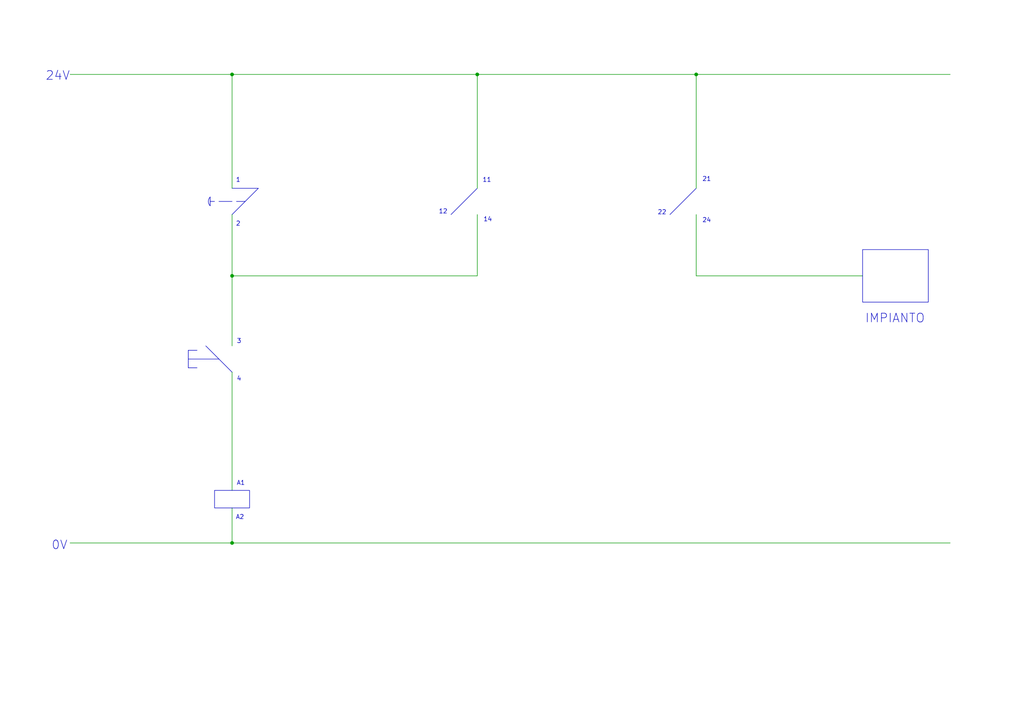
<source format=kicad_sch>
(kicad_sch
	(version 20231120)
	(generator "eeschema")
	(generator_version "8.0")
	(uuid "2219f743-ad21-4ccb-af01-47e3624f84f8")
	(paper "A4")
	(title_block
		(title "Sistema emergenza")
		(date "2025-06-24")
		(rev "2")
		(company "Gruppo 2")
	)
	(lib_symbols)
	(junction
		(at 138.43 21.59)
		(diameter 0)
		(color 0 0 0 0)
		(uuid "0fbf4e9a-ae56-4a3e-99c6-df487ef30368")
	)
	(junction
		(at 67.31 21.59)
		(diameter 0)
		(color 0 0 0 0)
		(uuid "6bd7d83c-02aa-4039-8d61-8dfbd811a800")
	)
	(junction
		(at 201.93 21.59)
		(diameter 0)
		(color 0 0 0 0)
		(uuid "7b907135-fa46-4369-93c1-3171e742e04a")
	)
	(junction
		(at 67.31 80.01)
		(diameter 0)
		(color 0 0 0 0)
		(uuid "7cc04257-4ca1-4722-8fc7-06afa09501d7")
	)
	(junction
		(at 67.31 157.48)
		(diameter 0)
		(color 0 0 0 0)
		(uuid "a0d1f200-5a1d-4039-9db3-9d4dadd2855a")
	)
	(wire
		(pts
			(xy 67.31 157.48) (xy 275.59 157.48)
		)
		(stroke
			(width 0)
			(type default)
		)
		(uuid "01fea470-387e-42ea-a6ae-44e06c480f81")
	)
	(polyline
		(pts
			(xy 54.61 104.14) (xy 63.5 104.14)
		)
		(stroke
			(width 0)
			(type default)
		)
		(uuid "079df8f2-e8b6-4f95-91f0-cbdcaaa730ce")
	)
	(polyline
		(pts
			(xy 68.58 58.42) (xy 71.12 58.42)
		)
		(stroke
			(width 0)
			(type default)
		)
		(uuid "07b5e433-f40d-49e0-b27e-b7d4a0c98647")
	)
	(wire
		(pts
			(xy 138.43 80.01) (xy 67.31 80.01)
		)
		(stroke
			(width 0)
			(type default)
		)
		(uuid "113d840b-d421-43a7-b8cf-b3b5ebb2de44")
	)
	(polyline
		(pts
			(xy 67.31 54.61) (xy 74.93 54.61)
		)
		(stroke
			(width 0)
			(type default)
		)
		(uuid "1b0b36ca-fcd8-4d3d-a4e6-468f00fd85d0")
	)
	(polyline
		(pts
			(xy 67.31 62.23) (xy 74.93 54.61)
		)
		(stroke
			(width 0)
			(type default)
		)
		(uuid "22f0ef33-a86e-43fd-9f93-58f064c04f6c")
	)
	(wire
		(pts
			(xy 138.43 21.59) (xy 138.43 54.61)
		)
		(stroke
			(width 0)
			(type default)
		)
		(uuid "240f00e9-4e6f-44f7-94ea-ce8bd182b74c")
	)
	(wire
		(pts
			(xy 201.93 21.59) (xy 201.93 54.61)
		)
		(stroke
			(width 0)
			(type default)
		)
		(uuid "30df8a0e-6086-4284-95a0-6b33712b974a")
	)
	(wire
		(pts
			(xy 138.43 62.23) (xy 138.43 80.01)
		)
		(stroke
			(width 0)
			(type default)
		)
		(uuid "364dae15-7955-4203-8c46-10aa4f0a9cfe")
	)
	(wire
		(pts
			(xy 67.31 21.59) (xy 67.31 54.61)
		)
		(stroke
			(width 0)
			(type default)
		)
		(uuid "3766e6d7-03d6-4629-a461-468361dc341d")
	)
	(wire
		(pts
			(xy 67.31 21.59) (xy 138.43 21.59)
		)
		(stroke
			(width 0)
			(type default)
		)
		(uuid "4608583e-0b34-4694-a6d9-8a52ede2b0e5")
	)
	(polyline
		(pts
			(xy 59.69 100.33) (xy 67.31 107.95)
		)
		(stroke
			(width 0)
			(type default)
		)
		(uuid "4c92e484-1386-44ed-b97e-edd1260b124e")
	)
	(polyline
		(pts
			(xy 54.61 104.14) (xy 54.61 106.68)
		)
		(stroke
			(width 0)
			(type default)
		)
		(uuid "4d14e237-0420-4152-9d9d-15874c380711")
	)
	(polyline
		(pts
			(xy 54.61 101.6) (xy 57.15 101.6)
		)
		(stroke
			(width 0)
			(type default)
		)
		(uuid "55b355d3-f7ca-41cd-936e-5734542f51f2")
	)
	(polyline
		(pts
			(xy 60.96 58.42) (xy 62.23 58.42)
		)
		(stroke
			(width 0)
			(type default)
		)
		(uuid "5621e585-c22c-4e24-9693-3d41e24251cb")
	)
	(polyline
		(pts
			(xy 54.61 104.14) (xy 54.61 101.6)
		)
		(stroke
			(width 0)
			(type default)
		)
		(uuid "574cb483-fab5-4e7d-8aa6-982397455ff8")
	)
	(wire
		(pts
			(xy 201.93 80.01) (xy 250.19 80.01)
		)
		(stroke
			(width 0)
			(type default)
		)
		(uuid "67effd69-b4f8-43cd-acc7-269b9b2014d1")
	)
	(polyline
		(pts
			(xy 54.61 106.68) (xy 57.15 106.68)
		)
		(stroke
			(width 0)
			(type default)
		)
		(uuid "6d09920d-3fc0-4bf8-b018-e55d29823db0")
	)
	(polyline
		(pts
			(xy 63.5 58.42) (xy 67.31 58.42)
		)
		(stroke
			(width 0)
			(type default)
		)
		(uuid "6d4f731a-767c-4f29-8303-c396c4aa25a9")
	)
	(wire
		(pts
			(xy 67.31 62.23) (xy 67.31 80.01)
		)
		(stroke
			(width 0)
			(type default)
		)
		(uuid "816604da-4950-4932-81fe-cbf5ccac7eb2")
	)
	(wire
		(pts
			(xy 201.93 62.23) (xy 201.93 80.01)
		)
		(stroke
			(width 0)
			(type default)
		)
		(uuid "9af7fb56-09c0-48c2-aa66-f4c7acba5dac")
	)
	(wire
		(pts
			(xy 67.31 80.01) (xy 67.31 100.33)
		)
		(stroke
			(width 0)
			(type default)
		)
		(uuid "9e815fff-669b-4c6b-8eb8-ffd983edd9d5")
	)
	(wire
		(pts
			(xy 138.43 21.59) (xy 201.93 21.59)
		)
		(stroke
			(width 0)
			(type default)
		)
		(uuid "a9e1b999-3209-42e3-a652-5d5a89e437a4")
	)
	(wire
		(pts
			(xy 67.31 147.32) (xy 67.31 157.48)
		)
		(stroke
			(width 0)
			(type default)
		)
		(uuid "c65ea3b8-1cfa-4244-b760-746799b7a38f")
	)
	(polyline
		(pts
			(xy 201.93 54.61) (xy 194.31 62.23)
		)
		(stroke
			(width 0)
			(type default)
		)
		(uuid "ca80a353-966a-473c-8805-53d54e116a0a")
	)
	(wire
		(pts
			(xy 201.93 21.59) (xy 275.59 21.59)
		)
		(stroke
			(width 0)
			(type default)
		)
		(uuid "ce01d8fb-4362-4f45-b158-afbf4f58ab93")
	)
	(wire
		(pts
			(xy 67.31 107.95) (xy 67.31 142.24)
		)
		(stroke
			(width 0)
			(type default)
		)
		(uuid "cfcf57d6-da1f-41c6-807d-c9114f2fd472")
	)
	(polyline
		(pts
			(xy 60.96 57.15) (xy 60.96 59.69)
		)
		(stroke
			(width 0)
			(type default)
		)
		(uuid "e9f30d9d-9598-4104-b944-5daa556b1909")
	)
	(wire
		(pts
			(xy 20.32 157.48) (xy 67.31 157.48)
		)
		(stroke
			(width 0)
			(type default)
		)
		(uuid "ebafc4c9-2c72-431a-9c52-7a587caafe35")
	)
	(wire
		(pts
			(xy 20.32 21.59) (xy 67.31 21.59)
		)
		(stroke
			(width 0)
			(type default)
		)
		(uuid "edc71f69-6634-47fa-8444-ca7dbbaf9aaf")
	)
	(polyline
		(pts
			(xy 138.43 54.61) (xy 130.81 62.23)
		)
		(stroke
			(width 0)
			(type default)
		)
		(uuid "f8cd25e2-dda1-484e-b889-2fc58ebf91e5")
	)
	(arc
		(start 60.96 59.69)
		(mid 60.4339 58.42)
		(end 60.96 57.15)
		(stroke
			(width 0)
			(type default)
		)
		(fill
			(type none)
		)
		(uuid 4d897423-dbc8-4136-98ec-991afe2476cb)
	)
	(rectangle
		(start 62.23 142.24)
		(end 72.39 147.32)
		(stroke
			(width 0)
			(type default)
		)
		(fill
			(type none)
		)
		(uuid 6b204e16-3109-47b7-8380-0c2d8e63c7c2)
	)
	(rectangle
		(start 250.19 72.39)
		(end 269.24 87.63)
		(stroke
			(width 0)
			(type default)
		)
		(fill
			(type none)
		)
		(uuid 7326bbfa-956a-4b73-bb25-4b141302b989)
	)
	(text "A2"
		(exclude_from_sim no)
		(at 69.596 150.114 0)
		(effects
			(font
				(size 1.27 1.27)
			)
		)
		(uuid "0c5e0c9c-03ed-42d8-84c9-c6ed29c0182e")
	)
	(text "1"
		(exclude_from_sim no)
		(at 69.088 52.324 0)
		(effects
			(font
				(size 1.27 1.27)
			)
		)
		(uuid "106b20fe-30a4-4597-87cc-73c1b115b3f1")
	)
	(text "IMPIANTO"
		(exclude_from_sim no)
		(at 259.588 92.456 0)
		(effects
			(font
				(size 2.54 2.54)
			)
		)
		(uuid "10efc2ea-f465-47ff-9ce1-5e9c867776ff")
	)
	(text "12"
		(exclude_from_sim no)
		(at 128.524 61.468 0)
		(effects
			(font
				(size 1.27 1.27)
			)
		)
		(uuid "1795e7bb-6709-4b09-8cbd-c8ebba9ca35e")
	)
	(text "14"
		(exclude_from_sim no)
		(at 141.478 63.754 0)
		(effects
			(font
				(size 1.27 1.27)
			)
		)
		(uuid "2f32b7f1-54c7-40ce-8bff-b1e7d55ddb3d")
	)
	(text "4"
		(exclude_from_sim no)
		(at 69.342 109.982 0)
		(effects
			(font
				(size 1.27 1.27)
			)
		)
		(uuid "33507c18-2495-437d-844b-2a38220c5e4c")
	)
	(text "11"
		(exclude_from_sim no)
		(at 141.224 52.324 0)
		(effects
			(font
				(size 1.27 1.27)
			)
		)
		(uuid "46dfc5e1-1fac-4b30-835e-682e89118085")
	)
	(text "22"
		(exclude_from_sim no)
		(at 192.024 61.722 0)
		(effects
			(font
				(size 1.27 1.27)
			)
		)
		(uuid "4927ef2d-9b50-40c2-bb97-2b289f80ccb5")
	)
	(text "2"
		(exclude_from_sim no)
		(at 69.088 65.024 0)
		(effects
			(font
				(size 1.27 1.27)
			)
		)
		(uuid "4fd1a444-8a5d-460c-a29b-9c8e95f60638")
	)
	(text "24V"
		(exclude_from_sim no)
		(at 16.764 22.098 0)
		(effects
			(font
				(size 2.54 2.54)
			)
		)
		(uuid "6dafe78c-1c68-491a-8b8f-c2a6d84969ef")
	)
	(text "3"
		(exclude_from_sim no)
		(at 69.342 99.06 0)
		(effects
			(font
				(size 1.27 1.27)
			)
		)
		(uuid "831cfdb6-013f-4d6f-84b8-7dfbcadae34d")
	)
	(text "0V"
		(exclude_from_sim no)
		(at 17.272 158.242 0)
		(effects
			(font
				(size 2.54 2.54)
			)
		)
		(uuid "8ffb56e3-3ca1-4741-b0dc-4ef1c5010108")
	)
	(text "21"
		(exclude_from_sim no)
		(at 204.978 52.07 0)
		(effects
			(font
				(size 1.27 1.27)
			)
		)
		(uuid "999ad1bf-58e9-4ded-a60e-199d16bac02e")
	)
	(text "A1"
		(exclude_from_sim no)
		(at 69.85 140.208 0)
		(effects
			(font
				(size 1.27 1.27)
			)
		)
		(uuid "bf808737-6bb3-4ac7-8b93-e2ef903faa0f")
	)
	(text "24"
		(exclude_from_sim no)
		(at 204.978 64.008 0)
		(effects
			(font
				(size 1.27 1.27)
			)
		)
		(uuid "c268c2b4-1c92-40bd-ac5e-00cdca50b6aa")
	)
	(sheet_instances
		(path "/"
			(page "1")
		)
	)
)
</source>
